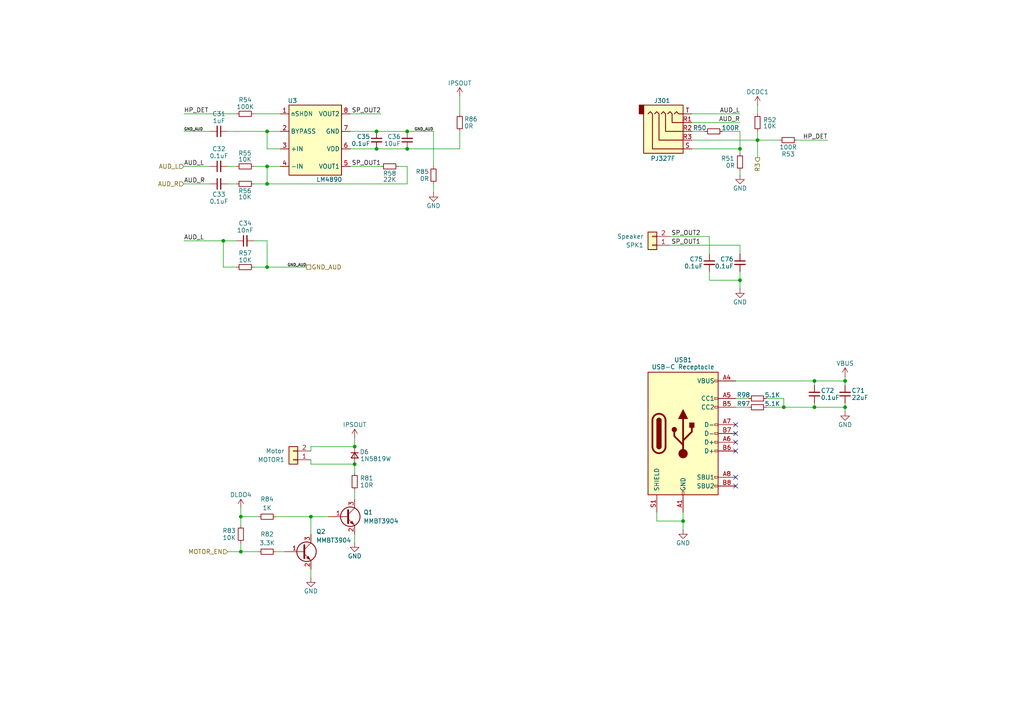
<source format=kicad_sch>
(kicad_sch (version 20231120) (generator "eeschema") (generator_version "8.0")
  (paper "A4")
  (lib_symbols
    (symbol "Connector:USB_C_Receptacle_USB2.0_16P" (pin_names (offset 1.016))
      (property "Reference" "J" (at 0 22.225 0))
      (property "Value" "USB_C_Receptacle_USB2.0_16P" (at 0 19.685 0))
      (symbol "USB_C_Receptacle_USB2.0_16P_0_0"
        (rectangle (start -0.254 -17.78) (end 0.254 -16.764))
        (rectangle (start 10.16 -14.986) (end 9.144 -15.494))
        (rectangle (start 10.16 -12.446) (end 9.144 -12.954))
        (rectangle (start 10.16 -4.826) (end 9.144 -5.334))
        (rectangle (start 10.16 -2.286) (end 9.144 -2.794))
        (rectangle (start 10.16 0.254) (end 9.144 -0.254))
        (rectangle (start 10.16 2.794) (end 9.144 2.286))
        (rectangle (start 10.16 7.874) (end 9.144 7.366))
        (rectangle (start 10.16 10.414) (end 9.144 9.906))
        (rectangle (start 10.16 15.494) (end 9.144 14.986))
      )
      (symbol "USB_C_Receptacle_USB2.0_16P_0_1"
        (rectangle (start -10.16 17.78) (end 10.16 -17.78) (stroke (width 0.254)) (fill (type background)))
        (arc (start -8.89 -3.81) (mid -6.985 -5.7067) (end -5.08 -3.81) (stroke (width 0.508)))
        (arc (start -7.62 -3.81) (mid -6.985 -4.4423) (end -6.35 -3.81) (stroke (width 0.254)))
        (arc (start -7.62 -3.81) (mid -6.985 -4.4423) (end -6.35 -3.81) (stroke (width 0.254)) (fill (type outline)))
        (rectangle (start -7.62 -3.81) (end -6.35 3.81) (stroke (width 0.254)) (fill (type outline)))
        (arc (start -6.35 3.81) (mid -6.985 4.4423) (end -7.62 3.81) (stroke (width 0.254)))
        (arc (start -6.35 3.81) (mid -6.985 4.4423) (end -7.62 3.81) (stroke (width 0.254)) (fill (type outline)))
        (arc (start -5.08 3.81) (mid -6.985 5.7067) (end -8.89 3.81) (stroke (width 0.508)))
        (circle (center -2.54 1.143) (radius 0.635) (stroke (width 0.254)) (fill (type outline)))
        (circle (center 0 -5.842) (radius 1.27) (fill (type outline)))
        (polyline (pts (xy -8.89 -3.81) (xy -8.89 3.81)) (stroke (width 0.508)))
        (polyline (pts (xy -5.08 3.81) (xy -5.08 -3.81)) (stroke (width 0.508)))
        (polyline (pts (xy 0 -5.842) (xy 0 4.318)) (stroke (width 0.508)))
        (polyline (pts (xy 0 -3.302) (xy -2.54 -0.762) (xy -2.54 0.508)) (stroke (width 0.508)))
        (polyline (pts (xy 0 -2.032) (xy 2.54 0.508) (xy 2.54 1.778)) (stroke (width 0.508)))
        (polyline (pts (xy -1.27 4.318) (xy 0 6.858) (xy 1.27 4.318) (xy -1.27 4.318)) (stroke (width 0.254)) (fill (type outline)))
        (rectangle (start 1.905 1.778) (end 3.175 3.048) (stroke (width 0.254)) (fill (type outline)))
      )
      (symbol "USB_C_Receptacle_USB2.0_16P_1_1"
        (pin passive line (at 0 -22.86 90) (length 5.08) (name "GND") (number "A1"))
        (pin passive line (at 0 -22.86 90) (length 5.08) hide (name "GND") (number "A12"))
        (pin passive line (at 15.24 15.24 180) (length 5.08) (name "VBUS") (number "A4"))
        (pin bidirectional line (at 15.24 10.16 180) (length 5.08) (name "CC1") (number "A5"))
        (pin bidirectional line (at 15.24 -2.54 180) (length 5.08) (name "D+") (number "A6"))
        (pin bidirectional line (at 15.24 2.54 180) (length 5.08) (name "D-") (number "A7"))
        (pin bidirectional line (at 15.24 -12.7 180) (length 5.08) (name "SBU1") (number "A8"))
        (pin passive line (at 15.24 15.24 180) (length 5.08) hide (name "VBUS") (number "A9"))
        (pin passive line (at 0 -22.86 90) (length 5.08) hide (name "GND") (number "B1"))
        (pin passive line (at 0 -22.86 90) (length 5.08) hide (name "GND") (number "B12"))
        (pin passive line (at 15.24 15.24 180) (length 5.08) hide (name "VBUS") (number "B4"))
        (pin bidirectional line (at 15.24 7.62 180) (length 5.08) (name "CC2") (number "B5"))
        (pin bidirectional line (at 15.24 -5.08 180) (length 5.08) (name "D+") (number "B6"))
        (pin bidirectional line (at 15.24 0 180) (length 5.08) (name "D-") (number "B7"))
        (pin bidirectional line (at 15.24 -15.24 180) (length 5.08) (name "SBU2") (number "B8"))
        (pin passive line (at 15.24 15.24 180) (length 5.08) hide (name "VBUS") (number "B9"))
        (pin passive line (at -7.62 -22.86 90) (length 5.08) (name "SHIELD") (number "S1"))
      )
    )
    (symbol "Connector_Audio:AudioJack5"
      (property "Reference" "J" (at 0 11.43 0))
      (property "Value" "AudioJack5" (at 0 8.89 0))
      (symbol "AudioJack5_0_1"
        (rectangle (start -8.89 -5.08) (end -10.16 -7.62) (stroke (width 0.254)) (fill (type outline)))
        (polyline (pts (xy 0 -5.08) (xy 0.635 -5.715) (xy 1.27 -5.08) (xy 2.54 -5.08)) (stroke (width 0.254)))
        (polyline (pts (xy -5.715 -5.08) (xy -5.08 -5.715) (xy -4.445 -5.08) (xy -4.445 2.54) (xy 2.54 2.54)) (stroke (width 0.254)))
        (polyline (pts (xy -1.905 -5.08) (xy -1.27 -5.715) (xy -0.635 -5.08) (xy -0.635 -2.54) (xy 2.54 -2.54)) (stroke (width 0.254)))
        (polyline (pts (xy 2.54 0) (xy -2.54 0) (xy -2.54 -5.08) (xy -3.175 -5.715) (xy -3.81 -5.08)) (stroke (width 0.254)))
        (polyline (pts (xy 2.54 5.08) (xy -6.35 5.08) (xy -6.35 -5.08) (xy -6.985 -5.715) (xy -7.62 -5.08)) (stroke (width 0.254)))
        (rectangle (start 2.54 6.35) (end -8.89 -7.62) (stroke (width 0.254)) (fill (type background)))
      )
      (symbol "AudioJack5_1_1"
        (pin passive line (at 5.08 -2.54 180) (length 2.54) (name "~") (number "R1"))
        (pin passive line (at 5.08 0 180) (length 2.54) (name "~") (number "R2"))
        (pin passive line (at 5.08 2.54 180) (length 2.54) (name "~") (number "R3"))
        (pin passive line (at 5.08 5.08 180) (length 2.54) (name "~") (number "S"))
        (pin passive line (at 5.08 -5.08 180) (length 2.54) (name "~") (number "T"))
      )
    )
    (symbol "Connector_Generic:Conn_01x02" (pin_names (offset 1.016) hide)
      (property "Reference" "J" (at 0 2.54 0))
      (property "Value" "Conn_01x02" (at 0 -5.08 0))
      (symbol "Conn_01x02_1_1"
        (rectangle (start -1.27 -2.413) (end 0 -2.667) (stroke (width 0.1524)))
        (rectangle (start -1.27 0.127) (end 0 -0.127) (stroke (width 0.1524)))
        (rectangle (start -1.27 1.27) (end 1.27 -3.81) (stroke (width 0.254)) (fill (type background)))
        (pin passive line (at -5.08 0 0) (length 3.81) (name "Pin_1") (number "1"))
        (pin passive line (at -5.08 -2.54 0) (length 3.81) (name "Pin_2") (number "2"))
      )
    )
    (symbol "Device:C_Small" (pin_numbers hide) (pin_names (offset 0.254) hide)
      (property "Reference" "C" (at 0.254 1.778 0))
      (property "Value" "C_Small" (at 0.254 -2.032 0))
      (symbol "C_Small_0_1"
        (polyline (pts (xy -1.524 -0.508) (xy 1.524 -0.508)) (stroke (width 0.3302)))
        (polyline (pts (xy -1.524 0.508) (xy 1.524 0.508)) (stroke (width 0.3048)))
      )
      (symbol "C_Small_1_1"
        (pin passive line (at 0 2.54 270) (length 2.032) (name "~") (number "1"))
        (pin passive line (at 0 -2.54 90) (length 2.032) (name "~") (number "2"))
      )
    )
    (symbol "Device:D_Small" (pin_numbers hide) (pin_names (offset 0.254) hide)
      (property "Reference" "D" (at -1.27 2.032 0))
      (property "Value" "D_Small" (at -3.81 -2.032 0))
      (symbol "D_Small_0_1"
        (polyline (pts (xy -0.762 -1.016) (xy -0.762 1.016)) (stroke (width 0.254)))
        (polyline (pts (xy -0.762 0) (xy 0.762 0)))
        (polyline (pts (xy 0.762 -1.016) (xy -0.762 0) (xy 0.762 1.016) (xy 0.762 -1.016)) (stroke (width 0.254)))
      )
      (symbol "D_Small_1_1"
        (pin passive line (at -2.54 0 0) (length 1.778) (name "K") (number "1"))
        (pin passive line (at 2.54 0 180) (length 1.778) (name "A") (number "2"))
      )
    )
    (symbol "Device:R_Small" (pin_numbers hide) (pin_names (offset 0.254) hide)
      (property "Reference" "R" (at 0.762 0.508 0))
      (property "Value" "R_Small" (at 0.762 -1.016 0))
      (symbol "R_Small_0_1"
        (rectangle (start -0.762 1.778) (end 0.762 -1.778) (stroke (width 0.2032)))
      )
      (symbol "R_Small_1_1"
        (pin passive line (at 0 2.54 270) (length 0.762) (name "~") (number "1"))
        (pin passive line (at 0 -2.54 90) (length 0.762) (name "~") (number "2"))
      )
    )
    (symbol "MM-Plus-RE:LM4890"
      (property "Reference" "U" (at -6.35 11.43 0))
      (property "Value" "LM4890" (at 5.08 11.43 0))
      (symbol "LM4890_0_1"
        (rectangle (start -7.62 10.16) (end 7.62 -10.16) (stroke (width 0.254)) (fill (type background)))
      )
      (symbol "LM4890_1_1"
        (pin input line (at -10.16 7.62 0) (length 2.54) (name "nSHDN") (number "1"))
        (pin passive line (at -10.16 2.54 0) (length 2.54) (name "BYPASS") (number "2"))
        (pin input line (at -10.16 -2.54 0) (length 2.54) (name "+IN") (number "3"))
        (pin input line (at -10.16 -7.62 0) (length 2.54) (name "-IN") (number "4"))
        (pin output line (at 10.16 -7.62 180) (length 2.54) (name "VOUT1") (number "5"))
        (pin power_in line (at 10.16 -2.54 180) (length 2.54) (name "VDD") (number "6"))
        (pin power_in line (at 10.16 2.54 180) (length 2.54) (name "GND") (number "7"))
        (pin output line (at 10.16 7.62 180) (length 2.54) (name "VOUT2") (number "8"))
      )
    )
    (symbol "Transistor_BJT:MMBT3904" (pin_names (offset 0) hide)
      (property "Reference" "Q" (at 5.08 1.905 0))
      (property "Value" "MMBT3904" (at 5.08 0 0))
      (symbol "MMBT3904_0_1"
        (polyline (pts (xy 0.635 0.635) (xy 2.54 2.54)))
        (polyline (pts (xy 0.635 -0.635) (xy 2.54 -2.54) (xy 2.54 -2.54)))
        (polyline (pts (xy 0.635 1.905) (xy 0.635 -1.905) (xy 0.635 -1.905)) (stroke (width 0.508)))
        (polyline (pts (xy 1.27 -1.778) (xy 1.778 -1.27) (xy 2.286 -2.286) (xy 1.27 -1.778) (xy 1.27 -1.778)) (fill (type outline)))
        (circle (center 1.27 0) (radius 2.8194) (stroke (width 0.254)))
      )
      (symbol "MMBT3904_1_1"
        (pin input line (at -5.08 0 0) (length 5.715) (name "B") (number "1"))
        (pin passive line (at 2.54 -5.08 90) (length 2.54) (name "E") (number "2"))
        (pin passive line (at 2.54 5.08 270) (length 2.54) (name "C") (number "3"))
      )
    )
    (symbol "power:GND" (power) (pin_numbers hide) (pin_names (offset 0) hide)
      (property "Value" "GND" (at 0 -3.81 0))
      (symbol "GND_0_1"
        (polyline (pts (xy 0 0) (xy 0 -1.27) (xy 1.27 -1.27) (xy 0 -2.54) (xy -1.27 -1.27) (xy 0 -1.27)))
      )
      (symbol "GND_1_1"
        (pin power_in line (at 0 0 270) (length 0) (name "~") (number "1"))
      )
    )
    (symbol "power:VCC" (power) (pin_numbers hide) (pin_names (offset 0) hide)
      (property "Value" "VCC" (at 0 3.556 0))
      (symbol "VCC_0_1"
        (polyline (pts (xy -0.762 1.27) (xy 0 2.54)))
        (polyline (pts (xy 0 0) (xy 0 2.54)))
        (polyline (pts (xy 0 2.54) (xy 0.762 1.27)))
      )
      (symbol "VCC_1_1"
        (pin power_in line (at 0 0 90) (length 0) (name "~") (number "1"))
      )
    )
  )
  (junction (at 236.22 110.49))
  (junction (at 219.71 40.64))
  (junction (at 77.47 53.34))
  (junction (at 214.63 81.28))
  (junction (at 77.47 48.26))
  (junction (at 102.87 134.62))
  (junction (at 227.33 118.11))
  (junction (at 236.22 118.11))
  (junction (at 214.63 43.18))
  (junction (at 109.22 43.18))
  (junction (at 118.11 38.1))
  (junction (at 245.11 110.49))
  (junction (at 102.87 129.54))
  (junction (at 90.17 149.86))
  (junction (at 77.47 38.1))
  (junction (at 69.85 160.02))
  (junction (at 198.12 151.13))
  (junction (at 64.77 69.85))
  (junction (at 245.11 118.11))
  (junction (at 69.85 149.86))
  (junction (at 109.22 38.1))
  (junction (at 118.11 43.18))
  (junction (at 77.47 77.47))
  (no_connect (at 213.36 130.81))
  (no_connect (at 213.36 138.43))
  (no_connect (at 213.36 123.19))
  (no_connect (at 213.36 140.97))
  (no_connect (at 213.36 125.73))
  (no_connect (at 213.36 128.27))
  (wire (pts (xy 66.04 48.26) (xy 68.58 48.26)))
  (wire (pts (xy 102.87 142.24) (xy 102.87 144.78)))
  (wire (pts (xy 77.47 77.47) (xy 88.9 77.47)))
  (wire (pts (xy 194.31 71.12) (xy 214.63 71.12)))
  (wire (pts (xy 73.66 33.02) (xy 81.28 33.02)))
  (wire (pts (xy 64.77 69.85) (xy 64.77 77.47)))
  (wire (pts (xy 219.71 40.64) (xy 226.06 40.64)))
  (wire (pts (xy 133.35 33.02) (xy 133.35 27.94)))
  (wire (pts (xy 66.04 38.1) (xy 77.47 38.1)))
  (wire (pts (xy 125.73 53.34) (xy 125.73 55.88)))
  (wire (pts (xy 236.22 118.11) (xy 245.11 118.11)))
  (wire (pts (xy 118.11 43.18) (xy 133.35 43.18)))
  (wire (pts (xy 77.47 53.34) (xy 73.66 53.34)))
  (wire (pts (xy 222.25 115.57) (xy 227.33 115.57)))
  (wire (pts (xy 101.6 38.1) (xy 109.22 38.1)))
  (wire (pts (xy 214.63 81.28) (xy 214.63 83.82)))
  (wire (pts (xy 109.22 38.1) (xy 118.11 38.1)))
  (wire (pts (xy 77.47 43.18) (xy 81.28 43.18)))
  (wire (pts (xy 245.11 109.22) (xy 245.11 110.49)))
  (wire (pts (xy 53.34 69.85) (xy 64.77 69.85)))
  (wire (pts (xy 219.71 45.72) (xy 219.71 40.64)))
  (wire (pts (xy 231.14 40.64) (xy 240.03 40.64)))
  (wire (pts (xy 205.74 78.74) (xy 205.74 81.28)))
  (wire (pts (xy 222.25 118.11) (xy 227.33 118.11)))
  (wire (pts (xy 77.47 53.34) (xy 77.47 48.26)))
  (wire (pts (xy 205.74 81.28) (xy 214.63 81.28)))
  (wire (pts (xy 69.85 149.86) (xy 74.93 149.86)))
  (wire (pts (xy 90.17 165.1) (xy 90.17 167.64)))
  (wire (pts (xy 80.01 160.02) (xy 82.55 160.02)))
  (wire (pts (xy 200.66 40.64) (xy 219.71 40.64)))
  (wire (pts (xy 68.58 69.85) (xy 64.77 69.85)))
  (wire (pts (xy 214.63 71.12) (xy 214.63 73.66)))
  (wire (pts (xy 214.63 35.56) (xy 200.66 35.56)))
  (wire (pts (xy 200.66 43.18) (xy 214.63 43.18)))
  (wire (pts (xy 90.17 129.54) (xy 102.87 129.54)))
  (wire (pts (xy 214.63 43.18) (xy 214.63 44.45)))
  (wire (pts (xy 77.47 38.1) (xy 77.47 43.18)))
  (wire (pts (xy 125.73 38.1) (xy 125.73 48.26)))
  (wire (pts (xy 200.66 38.1) (xy 204.47 38.1)))
  (wire (pts (xy 118.11 48.26) (xy 115.57 48.26)))
  (wire (pts (xy 213.36 110.49) (xy 236.22 110.49)))
  (wire (pts (xy 101.6 43.18) (xy 109.22 43.18)))
  (wire (pts (xy 90.17 130.81) (xy 90.17 129.54)))
  (wire (pts (xy 90.17 133.35) (xy 90.17 134.62)))
  (wire (pts (xy 69.85 157.48) (xy 69.85 160.02)))
  (wire (pts (xy 101.6 48.26) (xy 110.49 48.26)))
  (wire (pts (xy 77.47 69.85) (xy 77.47 77.47)))
  (wire (pts (xy 53.34 38.1) (xy 60.96 38.1)))
  (wire (pts (xy 214.63 33.02) (xy 200.66 33.02)))
  (wire (pts (xy 110.49 33.02) (xy 101.6 33.02)))
  (wire (pts (xy 90.17 149.86) (xy 90.17 154.94)))
  (wire (pts (xy 236.22 110.49) (xy 245.11 110.49)))
  (wire (pts (xy 102.87 127) (xy 102.87 129.54)))
  (wire (pts (xy 205.74 68.58) (xy 205.74 73.66)))
  (wire (pts (xy 198.12 151.13) (xy 198.12 148.59)))
  (wire (pts (xy 227.33 118.11) (xy 236.22 118.11)))
  (wire (pts (xy 214.63 78.74) (xy 214.63 81.28)))
  (wire (pts (xy 190.5 151.13) (xy 198.12 151.13)))
  (wire (pts (xy 227.33 115.57) (xy 227.33 118.11)))
  (wire (pts (xy 73.66 69.85) (xy 77.47 69.85)))
  (wire (pts (xy 53.34 33.02) (xy 68.58 33.02)))
  (wire (pts (xy 80.01 149.86) (xy 90.17 149.86)))
  (wire (pts (xy 245.11 118.11) (xy 245.11 116.84)))
  (wire (pts (xy 77.47 77.47) (xy 73.66 77.47)))
  (wire (pts (xy 69.85 160.02) (xy 74.93 160.02)))
  (wire (pts (xy 90.17 134.62) (xy 102.87 134.62)))
  (wire (pts (xy 77.47 38.1) (xy 81.28 38.1)))
  (wire (pts (xy 118.11 53.34) (xy 77.47 53.34)))
  (wire (pts (xy 213.36 118.11) (xy 217.17 118.11)))
  (wire (pts (xy 102.87 154.94) (xy 102.87 157.48)))
  (wire (pts (xy 219.71 38.1) (xy 219.71 40.64)))
  (wire (pts (xy 53.34 48.26) (xy 60.96 48.26)))
  (wire (pts (xy 219.71 30.48) (xy 219.71 33.02)))
  (wire (pts (xy 133.35 43.18) (xy 133.35 38.1)))
  (wire (pts (xy 118.11 48.26) (xy 118.11 53.34)))
  (wire (pts (xy 69.85 147.32) (xy 69.85 149.86)))
  (wire (pts (xy 69.85 149.86) (xy 69.85 152.4)))
  (wire (pts (xy 118.11 38.1) (xy 125.73 38.1)))
  (wire (pts (xy 66.04 160.02) (xy 69.85 160.02)))
  (wire (pts (xy 194.31 68.58) (xy 205.74 68.58)))
  (wire (pts (xy 236.22 118.11) (xy 236.22 116.84)))
  (wire (pts (xy 109.22 43.18) (xy 118.11 43.18)))
  (wire (pts (xy 214.63 49.53) (xy 214.63 50.8)))
  (wire (pts (xy 245.11 118.11) (xy 245.11 119.38)))
  (wire (pts (xy 213.36 115.57) (xy 217.17 115.57)))
  (wire (pts (xy 66.04 53.34) (xy 68.58 53.34)))
  (wire (pts (xy 102.87 134.62) (xy 102.87 137.16)))
  (wire (pts (xy 53.34 53.34) (xy 60.96 53.34)))
  (wire (pts (xy 214.63 38.1) (xy 214.63 43.18)))
  (wire (pts (xy 236.22 110.49) (xy 236.22 111.76)))
  (wire (pts (xy 77.47 48.26) (xy 81.28 48.26)))
  (wire (pts (xy 90.17 149.86) (xy 95.25 149.86)))
  (wire (pts (xy 64.77 77.47) (xy 68.58 77.47)))
  (wire (pts (xy 245.11 110.49) (xy 245.11 111.76)))
  (wire (pts (xy 73.66 48.26) (xy 77.47 48.26)))
  (wire (pts (xy 198.12 151.13) (xy 198.12 153.67)))
  (wire (pts (xy 190.5 148.59) (xy 190.5 151.13)))
  (wire (pts (xy 209.55 38.1) (xy 214.63 38.1)))
  (label "HP_DET" (at 53.34 33.02 0))
  (label "GND_AUD" (at 53.34 38.1 0) (effects (font (size 0.8 0.8))))
  (label "SP_OUT1" (at 110.49 48.26 180))
  (label "HP_DET" (at 240.03 40.64 180))
  (label "AUD_R" (at 53.34 53.34 0))
  (label "AUD_L" (at 214.63 33.02 180))
  (label "SP_OUT2" (at 110.49 33.02 180))
  (label "AUD_L" (at 53.34 69.85 0))
  (label "GND_AUD" (at 88.9 77.47 180) (effects (font (size 0.8 0.8))))
  (label "SP_OUT1" (at 203.2 71.12 180))
  (label "SP_OUT2" (at 203.2 68.58 180))
  (label "GND_AUD" (at 125.73 38.1 180) (effects (font (size 0.8 0.8))))
  (label "AUD_L" (at 53.34 48.26 0))
  (label "AUD_R" (at 214.63 35.56 180))
  (hierarchical_label "GND_AUD" (shape passive) (at 88.9 77.47 0))
  (hierarchical_label "AUD_L" (shape input) (at 53.34 48.26 180))
  (hierarchical_label "AUD_R" (shape input) (at 53.34 53.34 180))
  (hierarchical_label "MOTOR_EN" (shape input) (at 66.04 160.02 180))
  (hierarchical_label "R3" (shape output) (at 219.71 45.72 270))
  (symbol (lib_id "Device:R_Small") (at 219.71 118.11 90) (unit 1)
    (property "Reference" "R97" (at 215.646 117.094 90))
    (property "Value" "5.1K" (at 224.028 117.094 90))
    (property "Footprint" "Resistor_SMD:R_0402_1005Metric" (effects (hide yes)))
  )
  (symbol (lib_id "Device:R_Small") (at 77.47 160.02 90) (unit 1)
    (property "Reference" "R82" (at 77.47 154.94 90))
    (property "Value" "3.3K" (at 77.47 157.48 90))
    (property "Footprint" "Resistor_SMD:R_0402_1005Metric" (effects (hide yes)))
  )
  (symbol (lib_id "Device:C_Small") (at 109.22 40.64 0) (mirror y) (unit 1)
    (property "Reference" "C35" (at 105.41 39.624 0))
    (property "Value" "0.1uF" (at 104.648 41.656 0))
    (property "Footprint" "Capacitor_SMD:C_0402_1005Metric" (effects (hide yes)))
  )
  (symbol (lib_id "Device:C_Small") (at 71.12 69.85 90) (unit 1)
    (property "Reference" "C34" (at 71.12 64.77 90))
    (property "Value" "10nF" (at 71.12 66.802 90))
    (property "Footprint" "Capacitor_SMD:C_0402_1005Metric" (effects (hide yes)))
  )
  (symbol (lib_id "Device:R_Small") (at 71.12 53.34 90) (unit 1)
    (property "Reference" "R56" (at 69.088 55.372 90) (effects (justify right)))
    (property "Value" "10K" (at 69.088 57.15 90) (effects (justify right)))
    (property "Footprint" "Resistor_SMD:R_0402_1005Metric" (effects (hide yes)))
  )
  (symbol (lib_id "power:GND") (at 198.12 153.67 0) (unit 1)
    (property "Reference" "#PWR072" (effects (hide yes)))
    (property "Value" "GND" (at 198.12 157.48 0))
    (property "Description" "Power symbol creates a global label with name \"GND\" , ground" (effects (hide yes)))
  )
  (symbol (lib_id "power:VCC") (at 219.71 30.48 0) (unit 1)
    (property "Reference" "#PWR052" (effects (hide yes)))
    (property "Value" "DCDC1" (at 219.71 26.67 0))
    (property "Description" "Power symbol creates a global label with name \"VCC\"" (effects (hide yes)))
  )
  (symbol (lib_id "Transistor_BJT:MMBT3904") (at 100.33 149.86 0) (unit 1)
    (property "Reference" "Q1" (at 105.41 148.5899 0) (effects (justify left)))
    (property "Value" "MMBT3904" (at 105.41 151.1299 0) (effects (justify left)))
    (property "Footprint" "Package_TO_SOT_SMD:TSOT-23" (effects (hide yes)))
  )
  (symbol (lib_id "power:VCC") (at 245.11 109.22 0) (unit 1)
    (property "Reference" "#PWR0104" (effects (hide yes)))
    (property "Value" "VBUS" (at 245.11 105.41 0))
    (property "Description" "Power symbol creates a global label with name \"VCC\"" (effects (hide yes)))
  )
  (symbol (lib_id "power:GND") (at 214.63 50.8 0) (unit 1)
    (property "Reference" "#PWR029" (effects (hide yes)))
    (property "Value" "GND" (at 214.63 54.61 0))
    (property "Description" "Power symbol creates a global label with name \"GND\" , ground" (effects (hide yes)))
  )
  (symbol (lib_id "Device:R_Small") (at 113.03 48.26 90) (unit 1)
    (property "Reference" "R58" (at 113.03 50.292 90))
    (property "Value" "22K" (at 113.03 52.07 90))
    (property "Footprint" "Resistor_SMD:R_0402_1005Metric" (effects (hide yes)))
  )
  (symbol (lib_id "Device:C_Small") (at 236.22 114.3 180) (unit 1)
    (property "Reference" "C72" (at 240.03 113.284 0))
    (property "Value" "0.1uF" (at 240.792 115.316 0))
    (property "Footprint" "Capacitor_SMD:C_0402_1005Metric" (effects (hide yes)))
  )
  (symbol (lib_id "Device:C_Small") (at 63.5 53.34 90) (mirror x) (unit 1)
    (property "Reference" "C33" (at 63.5 56.388 90))
    (property "Value" "0.1uF" (at 63.5 58.42 90))
    (property "Footprint" "Capacitor_SMD:C_0402_1005Metric" (effects (hide yes)))
  )
  (symbol (lib_id "MM-Plus-RE:LM4890") (at 91.44 40.64 0) (unit 1)
    (property "Reference" "U3" (at 84.836 29.21 0))
    (property "Value" "LM4890" (at 95.504 52.07 0))
    (property "Footprint" "Package_SO:VSSOP-8_3.0x3.0mm_P0.65mm" (effects (hide yes)))
  )
  (symbol (lib_id "Device:R_Small") (at 219.71 35.56 180) (unit 1)
    (property "Reference" "R52" (at 223.266 34.798 0))
    (property "Value" "10K" (at 223.266 36.576 0))
    (property "Footprint" "Resistor_SMD:R_0402_1005Metric" (effects (hide yes)))
  )
  (symbol (lib_id "power:VCC") (at 102.87 127 0) (unit 1)
    (property "Reference" "#PWR097" (effects (hide yes)))
    (property "Value" "IPSOUT" (at 102.87 123.19 0))
    (property "Description" "Power symbol creates a global label with name \"VCC\"" (effects (hide yes)))
  )
  (symbol (lib_id "Device:R_Small") (at 125.73 50.8 0) (mirror x) (unit 1)
    (property "Reference" "R85" (at 124.46 49.784 0) (effects (justify right)))
    (property "Value" "0R" (at 124.46 51.816 0) (effects (justify right)))
    (property "Footprint" "Resistor_SMD:R_0402_1005Metric" (effects (hide yes)))
  )
  (symbol (lib_id "Device:C_Small") (at 63.5 48.26 90) (unit 1)
    (property "Reference" "C32" (at 63.5 43.18 90))
    (property "Value" "0.1uF" (at 63.5 45.212 90))
    (property "Footprint" "Capacitor_SMD:C_0402_1005Metric" (effects (hide yes)))
  )
  (symbol (lib_id "power:GND") (at 245.11 119.38 0) (unit 1)
    (property "Reference" "#PWR0105" (effects (hide yes)))
    (property "Value" "GND" (at 245.11 123.19 0))
    (property "Description" "Power symbol creates a global label with name \"GND\" , ground" (effects (hide yes)))
  )
  (symbol (lib_id "Device:R_Small") (at 207.01 38.1 90) (unit 1)
    (property "Reference" "R50" (at 202.946 37.084 90))
    (property "Value" "100R" (at 211.836 37.084 90))
    (property "Footprint" "Resistor_SMD:R_0402_1005Metric" (effects (hide yes)))
  )
  (symbol (lib_id "Device:R_Small") (at 228.6 40.64 90) (mirror x) (unit 1)
    (property "Reference" "R53" (at 228.6 44.704 90))
    (property "Value" "100R" (at 228.6 42.672 90))
    (property "Footprint" "Resistor_SMD:R_0402_1005Metric" (effects (hide yes)))
  )
  (symbol (lib_id "power:GND") (at 125.73 55.88 0) (unit 1)
    (property "Reference" "#PWR067" (effects (hide yes)))
    (property "Value" "GND" (at 125.73 59.69 0))
    (property "Description" "Power symbol creates a global label with name \"GND\" , ground" (effects (hide yes)))
  )
  (symbol (lib_id "Connector_Generic:Conn_01x02") (at 85.09 133.35 180) (unit 1)
    (property "Reference" "MOTOR1" (at 82.55 133.3501 0) (effects (justify left)))
    (property "Value" "Motor" (at 82.55 130.8101 0) (effects (justify left)))
    (property "Footprint" "MM-Plus-RE:Motor" (effects (hide yes)))
  )
  (symbol (lib_id "Device:C_Small") (at 214.63 76.2 0) (unit 1)
    (property "Reference" "C76" (at 210.82 75.184 0))
    (property "Value" "0.1uF" (at 210.058 77.216 0))
    (property "Footprint" "Capacitor_SMD:C_0402_1005Metric" (effects (hide yes)))
  )
  (symbol (lib_id "Device:D_Small") (at 102.87 132.08 90) (mirror x) (unit 1)
    (property "Reference" "D6" (at 105.664 131.064 90))
    (property "Value" "1N5819W" (at 108.966 133.096 90))
    (property "Footprint" "Diode_SMD:D_SOD-123F" (effects (hide yes)))
    (property "Sim.Pins" "1=K 2=A" (effects (hide yes)))
  )
  (symbol (lib_id "power:GND") (at 214.63 83.82 0) (unit 1)
    (property "Reference" "#PWR091" (effects (hide yes)))
    (property "Value" "GND" (at 214.63 87.63 0))
    (property "Description" "Power symbol creates a global label with name \"GND\" , ground" (effects (hide yes)))
  )
  (symbol (lib_id "Device:R_Small") (at 71.12 77.47 270) (mirror x) (unit 1)
    (property "Reference" "R57" (at 71.12 73.406 90))
    (property "Value" "10K" (at 71.12 75.438 90))
    (property "Footprint" "Resistor_SMD:R_0402_1005Metric" (effects (hide yes)))
  )
  (symbol (lib_id "Device:C_Small") (at 118.11 40.64 180) (unit 1)
    (property "Reference" "C36" (at 114.3 39.624 0))
    (property "Value" "10uF" (at 113.792 41.656 0))
    (property "Footprint" "Capacitor_SMD:C_0603_1608Metric" (effects (hide yes)))
  )
  (symbol (lib_id "power:GND") (at 90.17 167.64 0) (unit 1)
    (property "Reference" "#PWR066" (effects (hide yes)))
    (property "Value" "GND" (at 90.17 171.45 0))
    (property "Description" "Power symbol creates a global label with name \"GND\" , ground" (effects (hide yes)))
  )
  (symbol (lib_id "Transistor_BJT:MMBT3904") (at 87.63 160.02 0) (unit 1)
    (property "Reference" "Q2" (at 91.694 154.178 0) (effects (justify left)))
    (property "Value" "MMBT3904" (at 91.694 156.718 0) (effects (justify left)))
    (property "Footprint" "Package_TO_SOT_SMD:TSOT-23" (effects (hide yes)))
  )
  (symbol (lib_id "power:VCC") (at 133.35 27.94 0) (unit 1)
    (property "Reference" "#PWR076" (effects (hide yes)))
    (property "Value" "IPSOUT" (at 133.35 24.13 0))
    (property "Description" "Power symbol creates a global label with name \"VCC\"" (effects (hide yes)))
  )
  (symbol (lib_id "Device:R_Small") (at 77.47 149.86 90) (unit 1)
    (property "Reference" "R84" (at 77.47 144.78 90))
    (property "Value" "1K" (at 77.47 147.32 90))
    (property "Footprint" "Resistor_SMD:R_0402_1005Metric" (effects (hide yes)))
  )
  (symbol (lib_id "Connector:USB_C_Receptacle_USB2.0_16P") (at 198.12 125.73 0) (unit 1)
    (property "Reference" "USB1" (at 198.12 104.394 0))
    (property "Value" "USB-C Receptacle" (at 198.12 106.426 0))
    (property "Footprint" "Connector_USB:USB_C_Receptacle_GCT_USB4110" (effects (hide yes)))
  )
  (symbol (lib_id "Device:C_Small") (at 245.11 114.3 180) (unit 1)
    (property "Reference" "C71" (at 248.92 113.284 0))
    (property "Value" "22uF" (at 249.428 115.316 0))
    (property "Footprint" "Capacitor_SMD:C_0603_1608Metric" (effects (hide yes)))
  )
  (symbol (lib_id "Device:R_Small") (at 133.35 35.56 0) (mirror y) (unit 1)
    (property "Reference" "R86" (at 134.62 34.544 0) (effects (justify right)))
    (property "Value" "0R" (at 134.62 36.576 0) (effects (justify right)))
    (property "Footprint" "Resistor_SMD:R_0603_1608Metric" (effects (hide yes)))
  )
  (symbol (lib_id "Device:C_Small") (at 63.5 38.1 270) (mirror x) (unit 1)
    (property "Reference" "C31" (at 63.5 33.02 90))
    (property "Value" "1uF" (at 63.5 35.052 90))
    (property "Footprint" "Capacitor_SMD:C_0402_1005Metric" (effects (hide yes)))
  )
  (symbol (lib_id "power:VCC") (at 69.85 147.32 0) (unit 1)
    (property "Reference" "#PWR098" (effects (hide yes)))
    (property "Value" "DLDO4" (at 69.85 143.51 0))
    (property "Description" "Power symbol creates a global label with name \"VCC\"" (effects (hide yes)))
  )
  (symbol (lib_id "Connector_Generic:Conn_01x02") (at 189.23 71.12 180) (unit 1)
    (property "Reference" "SPK1" (at 186.69 71.1201 0) (effects (justify left)))
    (property "Value" "Speaker" (at 186.69 68.5801 0) (effects (justify left)))
    (property "Footprint" "MM-Plus-RE:Speaker" (effects (hide yes)))
  )
  (symbol (lib_id "Device:R_Small") (at 71.12 33.02 90) (unit 1)
    (property "Reference" "R54" (at 71.12 28.956 90))
    (property "Value" "100K" (at 71.12 30.988 90))
    (property "Footprint" "Resistor_SMD:R_0402_1005Metric" (effects (hide yes)))
  )
  (symbol (lib_id "Device:R_Small") (at 214.63 46.99 180) (unit 1)
    (property "Reference" "R51" (at 211.074 45.974 0))
    (property "Value" "0R" (at 211.836 48.006 0))
    (property "Footprint" "Resistor_SMD:R_0402_1005Metric" (effects (hide yes)))
  )
  (symbol (lib_id "Device:R_Small") (at 102.87 139.7 0) (mirror y) (unit 1)
    (property "Reference" "R81" (at 104.394 138.684 0) (effects (justify right)))
    (property "Value" "10R" (at 104.394 140.716 0) (effects (justify right)))
    (property "Footprint" "Resistor_SMD:R_0402_1005Metric" (effects (hide yes)))
  )
  (symbol (lib_id "Device:R_Small") (at 219.71 115.57 90) (unit 1)
    (property "Reference" "R98" (at 215.646 114.554 90))
    (property "Value" "5.1K" (at 224.028 114.554 90))
    (property "Footprint" "Resistor_SMD:R_0402_1005Metric" (effects (hide yes)))
  )
  (symbol (lib_id "Device:C_Small") (at 205.74 76.2 0) (unit 1)
    (property "Reference" "C75" (at 201.93 75.184 0))
    (property "Value" "0.1uF" (at 201.168 77.216 0))
    (property "Footprint" "Capacitor_SMD:C_0402_1005Metric" (effects (hide yes)))
  )
  (symbol (lib_id "power:GND") (at 102.87 157.48 0) (unit 1)
    (property "Reference" "#PWR068" (effects (hide yes)))
    (property "Value" "GND" (at 102.87 161.29 0))
    (property "Description" "Power symbol creates a global label with name \"GND\" , ground" (effects (hide yes)))
  )
  (symbol (lib_id "Device:R_Small") (at 69.85 154.94 0) (unit 1)
    (property "Reference" "R83" (at 64.516 153.924 0) (effects (justify left)))
    (property "Value" "10K" (at 64.516 155.956 0) (effects (justify left)))
    (property "Footprint" "Resistor_SMD:R_0402_1005Metric" (effects (hide yes)))
  )
  (symbol (lib_id "Device:R_Small") (at 71.12 48.26 90) (unit 1)
    (property "Reference" "R55" (at 69.088 44.45 90) (effects (justify right)))
    (property "Value" "10K" (at 69.088 46.228 90) (effects (justify right)))
    (property "Footprint" "Resistor_SMD:R_0402_1005Metric" (effects (hide yes)))
  )
  (symbol (lib_id "Connector_Audio:AudioJack5") (at 195.58 38.1 0) (mirror x) (unit 1)
    (property "Reference" "J301" (at 192.024 29.21 0))
    (property "Value" "PJ327F" (at 192.278 45.974 0))
    (property "Footprint" "MM-Plus-RE:PJ327F" (effects (hide yes)))
  )
)
</source>
